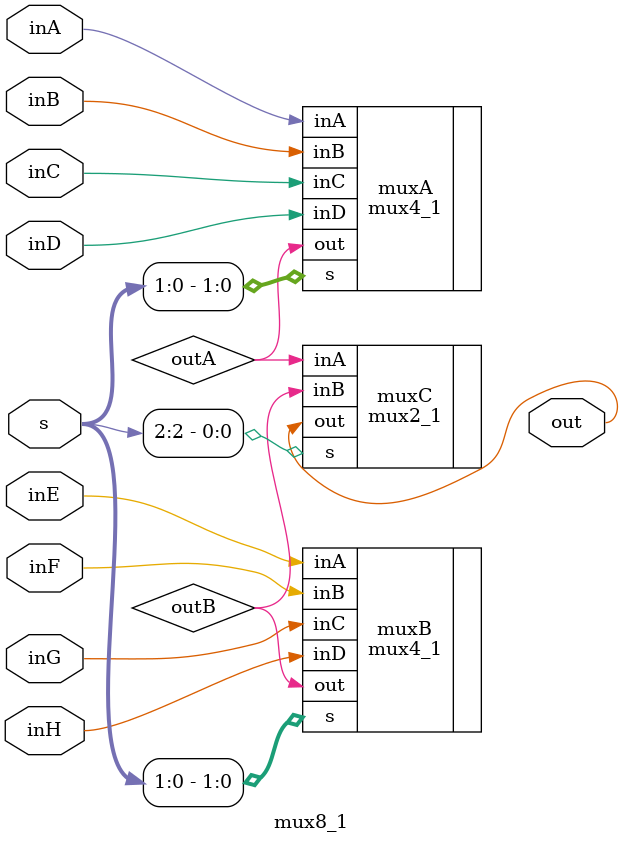
<source format=v>
/*
   CS/ECE 552, Spring '22
   homework #3, Problem #1
  
   This module creates a 8-to-1 mux.
*/
module mux8_1(out, inA, inB, inC, inD, inE, inF, inG, inH, s);
    output         out;
    input          inA, inB, inC, inD, inE, inF, inG, inH;
    input [2:0]    s;

    wire           outA, outB;

    mux4_1 muxA (.out(outA), .inA(inA), .inB(inB), .inC(inC), .inD(inD), .s(s[1:0]));
    mux4_1 muxB (.out(outB), .inA(inE), .inB(inF), .inC(inG), .inD(inH), .s(s[1:0]));
    mux2_1 muxC (.out(out), .inA(outA), .inB(outB), .s(s[2]));

endmodule
</source>
